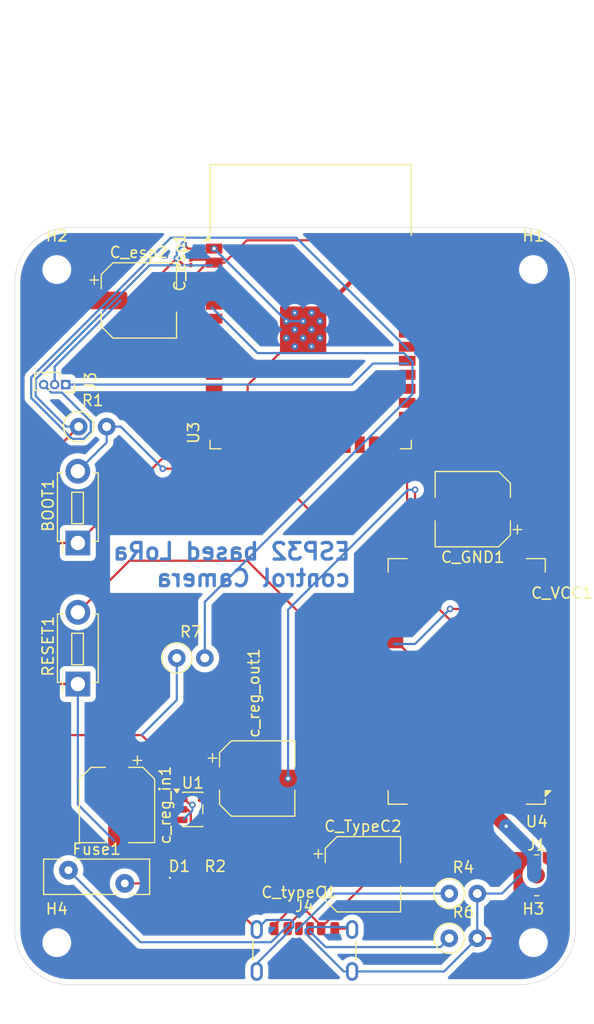
<source format=kicad_pcb>
(kicad_pcb (version 20241229) (generator "pcbnew") (generator_version "9.0")
  (layers (0 "F.Cu" signal) (2 "B.Cu" signal) (13 "F.Paste" user) (15 "B.Paste" user) (5 "F.SilkS" user "F.Silkscreen") (7 "B.SilkS" user "B.Silkscreen") (1 "F.Mask" user) (3 "B.Mask" user) (25 "Edge.Cuts" user))
  (net 0 "")
  (net 1 "/boot")
  (net 2 "GND")
  (net 3 "Net-(C_GND1-Pad1)")
  (net 4 "/VUSB")
  (net 5 "/VDD33")
  (net 6 "Net-(C_TypeC2-Pad2)")
  (net 7 "Net-(U4-VCC)")
  (net 8 "Net-(D1-K)")
  (net 9 "Net-(J1-In)")
  (net 10 "Net-(J4-CC2)")
  (net 11 "Net-(J4-CC1)")
  (net 12 "/reset")
  (net 29 "Net-(U3-RXD0{slash}IO3)")
  (net 34 "Net-(U3-TXD0{slash}IO1)")
  (net 61 "Net-(J3-Pin_3)")
  (net 62 "Net-(J3-Pin_1)")
  (footprint "MountingHole:MountingHole_2.1mm" (layer "F.Cu") (at 101.966 79.735)
    (property "Reference" "H2" (at 0 -3.05 0) (layer "F.SilkS"))
    (property "Value" "MountingHole")
    (pad "" np_thru_hole circle (at 0 0) (size 2.1 2.1) (drill 2.1) (layers "*.Cu" "*.Mask"))
  )
  (footprint "Resistor_THT:R_Axial_DIN0207_L6.3mm_D2.5mm_P2.54mm_Vertical" (layer "F.Cu") (at 112.836 114.915)
    (property "Reference" "R7" (at 1.27 -2.37 0) (layer "F.SilkS"))
    (property "Value" "5k")
    (pad "1" thru_hole circle (at 0 0) (size 1.6 1.6) (drill 0.8) (layers "*.Cu" "*.Mask") (net 5 "/VDD33"))
    (pad "2" thru_hole circle (at 2.54 0) (size 1.6 1.6) (drill 0.8) (layers "*.Cu" "*.Mask") (net 12 "/reset"))
  )
  (footprint "Capacitor_SMD:CP_Elec_6.3x5.3" (layer "F.Cu") (at 109.401 82.53)
    (property "Reference" "C_esp2" (at 0 -4.35 0) (layer "F.SilkS"))
    (property "Value" "10 µ")
    (pad "1" smd roundrect (at -2.8 0) (size 3.5 1.6) (layers "F.Cu" "F.Mask" "F.Paste") (roundrect_rratio 0.15625) (net 2 "GND"))
    (pad "2" smd roundrect (at 2.8 0) (size 3.5 1.6) (layers "F.Cu" "F.Mask" "F.Paste") (roundrect_rratio 0.15625) (net 5 "/VDD33"))
  )
  (footprint "Button_Switch_THT:SW_PUSH_1P1T_6x3.5mm_H5.0_APEM_MJTP1250" (layer "F.Cu") (at 103.871 117.275 90)
    (property "Reference" "RESET1" (at 3.42 -2.7 90) (layer "F.SilkS"))
    (property "Value" "SW1")
    (pad "1" thru_hole rect (at 0 0 180) (size 2.25 2.25) (drill 1.3) (layers "*.Cu" "*.Mask") (net 2 "GND"))
    (pad "2" thru_hole circle (at 6.5 0 180) (size 2.25 2.25) (drill 1.3) (layers "*.Cu" "*.Mask") (net 12 "/reset"))
  )
  (footprint "Capacitor_SMD:CP_Elec_6.3x5.3" (layer "F.Cu") (at 120.121 125.83)
    (property "Reference" "c_reg_out1" (at -0.3 -7.74 270) (layer "F.SilkS"))
    (property "Value" "22µ")
    (pad "1" smd roundrect (at -2.8 0) (size 3.5 1.6) (layers "F.Cu" "F.Mask" "F.Paste") (roundrect_rratio 0.15625) (net 5 "/VDD33"))
    (pad "2" smd roundrect (at 2.8 0) (size 3.5 1.6) (layers "F.Cu" "F.Mask" "F.Paste") (roundrect_rratio 0.15625) (net 2 "GND"))
  )
  (footprint "Resistor_THT:R_Axial_DIN0207_L6.3mm_D2.5mm_P2.54mm_Vertical" (layer "F.Cu") (at 103.946 93.96)
    (property "Reference" "R1" (at 1.27 -2.37 0) (layer "F.SilkS"))
    (property "Value" "5k")
    (pad "1" thru_hole circle (at 0 0) (size 1.6 1.6) (drill 0.8) (layers "*.Cu" "*.Mask") (net 5 "/VDD33"))
    (pad "2" thru_hole circle (at 2.54 0) (size 1.6 1.6) (drill 0.8) (layers "*.Cu" "*.Mask") (net 1 "/boot"))
  )
  (footprint "LED_SMD:LED_0201_0603Metric" (layer "F.Cu") (at 113.066 134.83)
    (property "Reference" "D1" (at 0 -1.05 0) (layer "F.SilkS"))
    (property "Value" "LED")
    (pad "1" smd roundrect (at -0.32 0) (size 0.46 0.4) (layers "F.Cu" "F.Mask") (net 8 "Net-(D1-K)"))
    (pad "2" smd roundrect (at 0.32 0) (size 0.46 0.4) (layers "F.Cu" "F.Mask") (net 4 "/VUSB"))
  )
  (footprint "MountingHole:MountingHole_2.1mm" (layer "F.Cu") (at 101.966 140.695)
    (property "Reference" "H4" (at 0 -3.05 0) (layer "F.SilkS"))
    (property "Value" "MountingHole")
    (pad "" np_thru_hole circle (at 0 0) (size 2.1 2.1) (drill 2.1) (layers "*.Cu" "*.Mask"))
  )
  (footprint "Resistor_THT:R_Axial_DIN0207_L6.3mm_D2.5mm_P2.54mm_Vertical" (layer "F.Cu") (at 137.526 140.3)
    (property "Reference" "R6" (at 1.27 -2.37 0) (layer "F.SilkS"))
    (property "Value" "5k")
    (pad "1" thru_hole circle (at 0 0) (size 1.6 1.6) (drill 0.8) (layers "*.Cu" "*.Mask") (net 10 "Net-(J4-CC2)"))
    (pad "2" thru_hole circle (at 2.54 0) (size 1.6 1.6) (drill 0.8) (layers "*.Cu" "*.Mask") (net 2 "GND"))
  )
  (footprint "Button_Switch_THT:SW_PUSH_1P1T_6x3.5mm_H5.0_APEM_MJTP1250" (layer "F.Cu") (at 103.871 104.5 90)
    (property "Reference" "BOOT1" (at 3.42 -2.7 90) (layer "F.SilkS"))
    (property "Value" "SW2")
    (pad "1" thru_hole rect (at 0 0 180) (size 2.25 2.25) (drill 1.3) (layers "*.Cu" "*.Mask") (net 2 "GND"))
    (pad "2" thru_hole circle (at 6.5 0 180) (size 2.25 2.25) (drill 1.3) (layers "*.Cu" "*.Mask") (net 1 "/boot"))
  )
  (footprint "Capacitor_SMD:CP_Elec_6.3x5.3" (layer "F.Cu") (at 139.656 101.435 180)
    (property "Reference" "C_GND1" (at 0 -4.35 0) (layer "F.SilkS"))
    (property "Value" "10 µ")
    (pad "1" smd roundrect (at -2.8 0 180) (size 3.5 1.6) (layers "F.Cu" "F.Mask" "F.Paste") (roundrect_rratio 0.15625) (net 3 "Net-(C_GND1-Pad1)"))
    (pad "2" smd roundrect (at 2.8 0 180) (size 3.5 1.6) (layers "F.Cu" "F.Mask" "F.Paste") (roundrect_rratio 0.15625) (net 2 "GND"))
  )
  (footprint "Connector_Coaxial:WR-MMCX_Wuerth_66012102111404_Vertical" (layer "F.Cu") (at 145.456 134.6)
    (property "Reference" "J1" (at 0 -2.75 0) (layer "F.SilkS"))
    (property "Value" "SMA")
    (pad "1" smd circle (at 0 0) (size 1.47 1.47) (layers "F.Cu" "F.Mask" "F.Paste") (net 9 "Net-(J1-In)"))
    (pad "2" smd custom (at -1.71 0) (size 0.5 0.5) (layers "F.Cu" "F.Mask") (net 2 "GND") (options (clearance outline) (anchor circle)) (primitives (gr_poly (pts (xy -0.395 -2.11) (xy -0.395 2.11) (xy 1.175 2.11) (xy 1.175 1.1793) (xy 1.072058 1.129954) (xy 0.883921 1.000689) (xy 0.721347 0.840456) (xy 0.589367 0.654213) (xy 0.492065 0.447725) (xy 0.432453 0.227381) (xy 0.412375 0) (xy 0.432453 -0.227381) (xy 0.492065 -0.447725) (xy 0.589367 -0.654213) (xy 0.721347 -0.840456) (xy 0.883921 -1.000689) (xy 1.072058 -1.129954) (xy 1.175 -1.1793) (xy 1.175 -2.11)) (width 0.001) (fill yes))))
    (pad "2" smd custom (at 1.67 0) (size 0.5 0.5) (layers "F.Cu" "F.Mask") (net 2 "GND") (options (clearance outline) (anchor circle)) (primitives (gr_poly (pts (xy -0.452065 -0.447725) (xy -0.392453 -0.227381) (xy -0.372375 0) (xy -0.392453 0.227381) (xy -0.452065 0.447725) (xy -0.549367 0.654213) (xy -0.681347 0.840456) (xy -0.843921 1.000689) (xy -1.032058 1.129954) (xy -1.135 1.1793) (xy -1.135 2.11) (xy 0.435 2.11) (xy 0.435 -2.11) (xy -1.135 -2.11) (xy -1.135 -1.1793) (xy -1.032058 -1.129954) (xy -0.843921 -1.000689) (xy -0.681347 -0.840456) (xy -0.549367 -0.654213)) (width 0.001) (fill yes))))
  )
  (footprint "MountingHole:MountingHole_2.1mm" (layer "F.Cu") (at 145.146 140.695)
    (property "Reference" "H3" (at 0 -3.05 0) (layer "F.SilkS"))
    (property "Value" "MountingHole")
    (pad "" np_thru_hole circle (at 0 0) (size 2.1 2.1) (drill 2.1) (layers "*.Cu" "*.Mask"))
  )
  (footprint "Capacitor_SMD:C_01005_0402Metric" (layer "F.Cu") (at 114.106 79.08 90)
    (property "Reference" "C_esp1" (at 0 -1 90) (layer "F.SilkS"))
    (property "Value" "100 nF")
    (pad "1" smd roundrect (at -0.25 0 90) (size 0.4 0.3) (layers "F.Cu" "F.Mask") (net 2 "GND"))
    (pad "2" smd roundrect (at 0.25 0 90) (size 0.4 0.3) (layers "F.Cu" "F.Mask") (net 5 "/VDD33"))
  )
  (footprint "RF_Module:RAK811" (layer "F.Cu") (at 139.106 117.035 180)
    (property "Reference" "U4" (at -6.35 -12.7 0) (layer "F.SilkS"))
    (property "Value" "RAK811-HF-AU915")
    (pad "1" smd rect (at -6.75 -9 180) (size 2 1.2) (layers "F.Cu" "F.Mask" "F.Paste") (net 3 "Net-(C_GND1-Pad1)"))
    (pad "2" smd rect (at -6.75 -7.2 180) (size 2 1.2) (layers "F.Cu" "F.Mask" "F.Paste"))
    (pad "3" smd rect (at -6.75 -5.4 180) (size 2 1.2) (layers "F.Cu" "F.Mask" "F.Paste"))
    (pad "4" smd rect (at -6.75 -3.6 180) (size 2 1.2) (layers "F.Cu" "F.Mask" "F.Paste"))
    (pad "5" smd rect (at -6.75 -1.8 180) (size 2 1.2) (layers "F.Cu" "F.Mask" "F.Paste"))
    (pad "6" smd rect (at -6.75 0 180) (size 2 1.2) (layers "F.Cu" "F.Mask" "F.Paste") (net 29 "Net-(U3-RXD0{slash}IO3)"))
    (pad "7" smd rect (at -6.75 1.8 180) (size 2 1.2) (layers "F.Cu" "F.Mask" "F.Paste") (net 34 "Net-(U3-TXD0{slash}IO1)"))
    (pad "8" smd rect (at -6.75 3.6 180) (size 2 1.2) (layers "F.Cu" "F.Mask" "F.Paste"))
    (pad "9" smd rect (at -6.75 5.4 180) (size 2 1.2) (layers "F.Cu" "F.Mask" "F.Paste"))
    (pad "10" smd rect (at -6.75 7.2 180) (size 2 1.2) (layers "F.Cu" "F.Mask" "F.Paste"))
    (pad "11" smd rect (at -6.75 9 180) (size 2 1.2) (layers "F.Cu" "F.Mask" "F.Paste") (net 7 "Net-(U4-VCC)"))
    (pad "12" smd rect (at -4.5 10.75 180) (size 1.2 2) (layers "F.Cu" "F.Mask" "F.Paste") (net 3 "Net-(C_GND1-Pad1)"))
    (pad "13" smd rect (at -2.7 10.75 180) (size 1.2 2) (layers "F.Cu" "F.Mask" "F.Paste"))
    (pad "14" smd rect (at -0.9 10.75 180) (size 1.2 2) (layers "F.Cu" "F.Mask" "F.Paste"))
    (pad "15" smd rect (at 0.9 10.75 180) (size 1.2 2) (layers "F.Cu" "F.Mask" "F.Paste"))
    (pad "16" smd rect (at 2.7 10.75 180) (size 1.2 2) (layers "F.Cu" "F.Mask" "F.Paste"))
    (pad "17" smd rect (at 4.5 10.75 180) (size 1.2 2) (layers "F.Cu" "F.Mask" "F.Paste") (net 2 "GND"))
    (pad "18" smd rect (at 6.75 9 180) (size 2 1.2) (layers "F.Cu" "F.Mask" "F.Paste"))
    (pad "19" smd rect (at 6.75 7.2 180) (size 2 1.2) (layers "F.Cu" "F.Mask" "F.Paste"))
    (pad "20" smd rect (at 6.75 5.4 180) (size 2 1.2) (layers "F.Cu" "F.Mask" "F.Paste"))
    (pad "21" smd rect (at 6.75 3.6 180) (size 2 1.2) (layers "F.Cu" "F.Mask" "F.Paste") (net 3 "Net-(C_GND1-Pad1)"))
    (pad "22" smd rect (at 6.75 1.8 180) (size 2 1.2) (layers "F.Cu" "F.Mask" "F.Paste"))
    (pad "23" smd rect (at 6.75 0 180) (size 2 1.2) (layers "F.Cu" "F.Mask" "F.Paste"))
    (pad "24" smd rect (at 6.75 -1.8 180) (size 2 1.2) (layers "F.Cu" "F.Mask" "F.Paste") (net 12 "/reset"))
    (pad "25" smd rect (at 6.75 -3.6 180) (size 2 1.2) (layers "F.Cu" "F.Mask" "F.Paste"))
    (pad "26" smd rect (at 6.75 -5.4 180) (size 2 1.2) (layers "F.Cu" "F.Mask" "F.Paste"))
    (pad "27" smd rect (at 6.75 -7.2 180) (size 2 1.2) (layers "F.Cu" "F.Mask" "F.Paste"))
    (pad "28" smd rect (at 6.75 -9 180) (size 2 1.2) (layers "F.Cu" "F.Mask" "F.Paste") (net 3 "Net-(C_GND1-Pad1)"))
    (pad "29" smd rect (at 4.5 -10.75 180) (size 1.2 2) (layers "F.Cu" "F.Mask" "F.Paste") (net 3 "Net-(C_GND1-Pad1)"))
    (pad "30" smd rect (at 2.7 -10.75 180) (size 1.2 2) (layers "F.Cu" "F.Mask" "F.Paste") (net 3 "Net-(C_GND1-Pad1)"))
    (pad "31" smd rect (at 0.9 -10.75 180) (size 1.2 2) (layers "F.Cu" "F.Mask" "F.Paste") (net 3 "Net-(C_GND1-Pad1)"))
    (pad "32" smd rect (at -0.9 -10.75 180) (size 1.2 2) (layers "F.Cu" "F.Mask" "F.Paste") (net 3 "Net-(C_GND1-Pad1)"))
    (pad "33" smd rect (at -2.7 -10.75 180) (size 1.2 2) (layers "F.Cu" "F.Mask" "F.Paste") (net 9 "Net-(J1-In)"))
    (pad "34" smd rect (at -4.5 -10.75 180) (size 1.2 2) (layers "F.Cu" "F.Mask" "F.Paste") (net 3 "Net-(C_GND1-Pad1)"))
  )
  (footprint "MountingHole:MountingHole_2.1mm" (layer "F.Cu") (at 145.146 79.735)
    (property "Reference" "H1" (at 0 -3.05 0) (layer "F.SilkS"))
    (property "Value" "MountingHole")
    (pad "" np_thru_hole circle (at 0 0) (size 2.1 2.1) (drill 2.1) (layers "*.Cu" "*.Mask"))
  )
  (footprint "Capacitor_SMD:C_01005_0402Metric" (layer "F.Cu") (at 147.731 108.035 180)
    (property "Reference" "C_VCC1" (at 0 -1 0) (layer "F.SilkS"))
    (property "Value" "100 nF")
    (pad "1" smd roundrect (at -0.25 0 180) (size 0.4 0.3) (layers "F.Cu" "F.Mask") (net 5 "/VDD33"))
    (pad "2" smd roundrect (at 0.25 0 180) (size 0.4 0.3) (layers "F.Cu" "F.Mask") (net 7 "Net-(U4-VCC)"))
  )
  (footprint "Package_TO_SOT_SMD:SOT-23-5" (layer "F.Cu") (at 114.2835 128.63)
    (property "Reference" "U1" (at 0 -2.4 0) (layer "F.SilkS"))
    (property "Value" "AP2112K-3.3")
    (pad "1" smd roundrect (at -1.1375 -0.95) (size 1.325 0.6) (layers "F.Cu" "F.Mask" "F.Paste") (net 4 "/VUSB"))
    (pad "2" smd roundrect (at -1.1375 0) (size 1.325 0.6) (layers "F.Cu" "F.Mask" "F.Paste") (net 2 "GND"))
    (pad "3" smd roundrect (at -1.1375 0.95) (size 1.325 0.6) (layers "F.Cu" "F.Mask" "F.Paste") (net 4 "/VUSB"))
    (pad "4" smd roundrect (at 1.1375 0.95) (size 1.325 0.6) (layers "F.Cu" "F.Mask" "F.Paste"))
    (pad "5" smd roundrect (at 1.1375 -0.95) (size 1.325 0.6) (layers "F.Cu" "F.Mask" "F.Paste") (net 5 "/VDD33"))
  )
  (footprint "Capacitor_SMD:CP_Elec_6.3x5.3" (layer "F.Cu") (at 107.421 128.23 -90)
    (property "Reference" "c_reg_in1" (at 0 -4.35 90) (layer "F.SilkS"))
    (property "Value" "22µ")
    (pad "1" smd roundrect (at -2.8 0 270) (size 3.5 1.6) (layers "F.Cu" "F.Mask" "F.Paste") (roundrect_rratio 0.15625) (net 4 "/VUSB"))
    (pad "2" smd roundrect (at 2.8 0 270) (size 3.5 1.6) (layers "F.Cu" "F.Mask" "F.Paste") (roundrect_rratio 0.15625) (net 2 "GND"))
  )
  (footprint "Connector_PinSocket_1.00mm:PinSocket_1x03_P1.00mm_Vertical" (layer "F.Cu") (at 102.771 90.15 -90)
    (property "Reference" "J3" (at -0.29 -2.25 90) (layer "F.SilkS"))
    (property "Value" "Conn_01x03")
    (pad "1" thru_hole rect (at 0 0 270) (size 0.85 0.85) (drill 0.5) (layers "*.Cu" "*.Mask") (net 62 "Net-(J3-Pin_1)"))
    (pad "2" thru_hole circle (at 0 1 270) (size 0.85 0.85) (drill 0.5) (layers "*.Cu" "*.Mask") (net 2 "GND"))
    (pad "3" thru_hole circle (at 0 2 270) (size 0.85 0.85) (drill 0.5) (layers "*.Cu" "*.Mask") (net 61 "Net-(J3-Pin_3)"))
  )
  (footprint "Connector_USB:USB_C_Receptacle_GCT_USB4125-xx-x-0190_6P_TopMnt_Horizontal" (layer "F.Cu") (at 124.401 142.505)
    (property "Reference" "J4" (at 0 -5.1 0) (layer "F.SilkS"))
    (property "Value" "USB_C_Receptacle_PowerOnly_6P")
    (pad "A5" smd roundrect (at -0.5 -3.08) (size 0.7 1.2) (layers "F.Cu" "F.Mask" "F.Paste") (net 11 "Net-(J4-CC1)"))
    (pad "A9" smd roundrect (at 1.52 -3.08 180) (size 0.76 1.2) (layers "F.Cu" "F.Mask" "F.Paste") (net 6 "Net-(C_TypeC2-Pad2)"))
    (pad "A12" smd roundrect (at 2.75 -3.08 180) (size 0.8 1.2) (layers "F.Cu" "F.Mask" "F.Paste") (net 2 "GND"))
    (pad "B5" smd roundrect (at 0.5 -3.08 180) (size 0.7 1.2) (layers "F.Cu" "F.Mask" "F.Paste") (net 10 "Net-(J4-CC2)"))
    (pad "B9" smd roundrect (at -1.52 -3.08) (size 0.76 1.2) (layers "F.Cu" "F.Mask" "F.Paste") (net 6 "Net-(C_TypeC2-Pad2)"))
    (pad "B12" smd roundrect (at -2.75 -3.08) (size 0.8 1.2) (layers "F.Cu" "F.Mask" "F.Paste") (net 2 "GND"))
    (pad "S1" thru_hole oval (at -4.32 -3) (size 1.1 1.7) (drill oval 0.6 1.2) (property pad_prop_heatsink) (layers "*.Cu" "*.Mask" "F.Paste") (net 2 "GND"))
    (pad "S1" thru_hole oval (at -4.32 0.8) (size 1.1 1.7) (drill oval 0.6 1.2) (property pad_prop_heatsink) (layers "*.Cu" "*.Mask" "F.Paste") (net 2 "GND"))
    (pad "S1" thru_hole oval (at 4.32 -3) (size 1.1 1.7) (drill oval 0.6 1.2) (property pad_prop_heatsink) (layers "*.Cu" "*.Mask" "F.Paste") (net 2 "GND"))
    (pad "S1" thru_hole oval (at 4.32 0.8) (size 1.1 1.7) (drill oval 0.6 1.2) (property pad_prop_heatsink) (layers "*.Cu" "*.Mask" "F.Paste") (net 2 "GND"))
  )
  (footprint "Fuse:Fuse_Bourns_MF-RHT200" (layer "F.Cu") (at 103.021 134.13)
    (property "Reference" "Fuse1" (at 2.55 -1.9 0) (layer "F.SilkS"))
    (property "Value" "2A")
    (pad "1" thru_hole circle (at 0 0) (size 1.71 1.71) (drill 0.71) (layers "*.Cu" "*.Mask") (net 6 "Net-(C_TypeC2-Pad2)"))
    (pad "2" thru_hole circle (at 5.1 1.2) (size 1.71 1.71) (drill 0.71) (layers "*.Cu" "*.Mask") (net 4 "/VUSB"))
  )
  (footprint "Capacitor_SMD:CP_Elec_6.3x5.3" (layer "F.Cu") (at 129.701 134.505)
    (property "Reference" "C_TypeC2" (at 0 -4.35 0) (layer "F.SilkS"))
    (property "Value" "10 µ")
    (pad "1" smd roundrect (at -2.8 0) (size 3.5 1.6) (layers "F.Cu" "F.Mask" "F.Paste") (roundrect_rratio 0.15625) (net 2 "GND"))
    (pad "2" smd roundrect (at 2.8 0) (size 3.5 1.6) (layers "F.Cu" "F.Mask" "F.Paste") (roundrect_rratio 0.15625) (net 6 "Net-(C_TypeC2-Pad2)"))
  )
  (footprint "RF_Module:ESP32-WROOM-32" (layer "F.Cu") (at 124.966 86.085)
    (property "Reference" "U3" (at -10.61 8.43 90) (layer "F.SilkS"))
    (property "Value" "ESP32-WROOM-32")
    (pad "1" smd rect (at -8.75 -8.25) (size 1.5 0.9) (layers "F.Cu" "F.Mask" "F.Paste") (net 2 "GND"))
    (pad "2" smd rect (at -8.75 -6.98) (size 1.5 0.9) (layers "F.Cu" "F.Mask" "F.Paste") (net 5 "/VDD33"))
    (pad "3" smd rect (at -8.75 -5.71) (size 1.5 0.9) (layers "F.Cu" "F.Mask" "F.Paste") (net 12 "/reset"))
    (pad "4" smd rect (at -8.75 -4.44) (size 1.5 0.9) (layers "F.Cu" "F.Mask" "F.Paste") (net 12 "/reset"))
    (pad "5" smd rect (at -8.75 -3.17) (size 1.5 0.9) (layers "F.Cu" "F.Mask" "F.Paste") (net 12 "/reset"))
    (pad "6" smd rect (at -8.75 -1.9) (size 1.5 0.9) (layers "F.Cu" "F.Mask" "F.Paste"))
    (pad "7" smd rect (at -8.75 -0.63) (size 1.5 0.9) (layers "F.Cu" "F.Mask" "F.Paste"))
    (pad "8" smd rect (at -8.75 0.64) (size 1.5 0.9) (layers "F.Cu" "F.Mask" "F.Paste"))
    (pad "9" smd rect (at -8.75 1.91) (size 1.5 0.9) (layers "F.Cu" "F.Mask" "F.Paste"))
    (pad "10" smd rect (at -8.75 3.18) (size 1.5 0.9) (layers "F.Cu" "F.Mask" "F.Paste"))
    (pad "11" smd rect (at -8.75 4.45) (size 1.5 0.9) (layers "F.Cu" "F.Mask" "F.Paste"))
    (pad "12" smd rect (at -8.75 5.72) (size 1.5 0.9) (layers "F.Cu" "F.Mask" "F.Paste"))
    (pad "13" smd rect (at -8.75 6.99) (size 1.5 0.9) (layers "F.Cu" "F.Mask" "F.Paste"))
    (pad "14" smd rect (at -8.75 8.26) (size 1.5 0.9) (layers "F.Cu" "F.Mask" "F.Paste"))
    (pad "15" smd rect (at -5.71 9.51 90) (size 1.5 0.9) (layers "F.Cu" "F.Mask" "F.Paste") (net 2 "GND"))
    (pad "16" smd rect (at -4.44 9.51 90) (size 1.5 0.9) (layers "F.Cu" "F.Mask" "F.Paste"))
    (pad "17" smd rect (at -3.17 9.51 90) (size 1.5 0.9) (layers "F.Cu" "F.Mask" "F.Paste"))
    (pad "18" smd rect (at -1.9 9.51 90) (size 1.5 0.9) (layers "F.Cu" "F.Mask" "F.Paste"))
    (pad "19" smd rect (at -0.63 9.51 90) (size 1.5 0.9) (layers "F.Cu" "F.Mask" "F.Paste"))
    (pad "20" smd rect (at 0.64 9.51 90) (size 1.5 0.9) (layers "F.Cu" "F.Mask" "F.Paste"))
    (pad "21" smd rect (at 1.91 9.51 90) (size 1.5 0.9) (layers "F.Cu" "F.Mask" "F.Paste"))
    (pad "22" smd rect (at 3.18 9.51 90) (size 1.5 0.9) (layers "F.Cu" "F.Mask" "F.Paste"))
    (pad "23" smd rect (at 4.45 9.51 90) (size 1.5 0.9) (layers "F.Cu" "F.Mask" "F.Paste"))
    (pad "24" smd rect (at 5.72 9.51 90) (size 1.5 0.9) (layers "F.Cu" "F.Mask" "F.Paste"))
    (pad "25" smd rect (at 8.75 8.26) (size 1.5 0.9) (layers "F.Cu" "F.Mask" "F.Paste") (net 1 "/boot"))
    (pad "26" smd rect (at 8.75 6.99) (size 1.5 0.9) (layers "F.Cu" "F.Mask" "F.Paste"))
    (pad "27" smd rect (at 8.75 5.72) (size 1.5 0.9) (layers "F.Cu" "F.Mask" "F.Paste"))
    (pad "28" smd rect (at 8.75 4.45) (size 1.5 0.9) (layers "F.Cu" "F.Mask" "F.Paste"))
    (pad "29" smd rect (at 8.75 3.18) (size 1.5 0.9) (layers "F.Cu" "F.Mask" "F.Paste"))
    (pad "30" smd rect (at 8.75 1.91) (size 1.5 0.9) (layers "F.Cu" "F.Mask" "F.Paste") (net 62 "Net-(J3-Pin_1)"))
    (pad "31" smd rect (at 8.75 0.64) (size 1.5 0.9) (layers "F.Cu" "F.Mask" "F.Paste") (net 61 "Net-(J3-Pin_3)"))
    (pad "32" smd rect (at 8.75 -0.63) (size 1.5 0.9) (layers "F.Cu" "F.Mask" "F.Paste"))
    (pad "33" smd rect (at 8.75 -1.9) (size 1.5 0.9) (layers "F.Cu" "F.Mask" "F.Paste"))
    (pad "34" smd rect (at 8.75 -3.17) (size 1.5 0.9) (layers "F.Cu" "F.Mask" "F.Paste") (net 29 "Net-(U3-RXD0{slash}IO3)"))
    (pad "35" smd rect (at 8.75 -4.44) (size 1.5 0.9) (layers "F.Cu" "F.Mask" "F.Paste") (net 34 "Net-(U3-TXD0{slash}IO1)"))
    (pad "36" smd rect (at 8.75 -5.71) (size 1.5 0.9) (layers "F.Cu" "F.Mask" "F.Paste"))
    (pad "37" smd rect (at 8.75 -6.98) (size 1.5 0.9) (layers "F.Cu" "F.Mask" "F.Paste"))
    (pad "38" smd rect (at 8.75 -8.25) (size 1.5 0.9) (layers "F.Cu" "F.Mask" "F.Paste") (net 2 "GND"))
    (pad "39" smd rect (at -2.205 -2.435) (size 1.05 1.05) (layers "F.Cu" "F.Paste") (net 2 "GND"))
    (pad "39" thru_hole circle (at -2.205 -1.6725) (size 0.6 0.6) (drill 0.2) (property pad_prop_heatsink) (layers "*.Cu" "F.Mask") (net 2 "GND"))
    (pad "39" smd rect (at -2.205 -0.91) (size 1.05 1.05) (layers "F.Cu" "F.Paste") (net 2 "GND"))
    (pad "39" thru_hole circle (at -2.205 -0.1475) (size 0.6 0.6) (drill 0.2) (property pad_prop_heatsink) (layers "*.Cu" "F.Mask") (net 2 "GND"))
    (pad "39" smd rect (at -2.205 0.615) (size 1.05 1.05) (layers "F.Cu" "F.Paste") (net 2 "GND"))
    (pad "39" thru_hole circle (at -1.4425 -2.435) (size 0.6 0.6) (drill 0.2) (property pad_prop_heatsink) (layers "*.Cu" "F.Mask") (net 2 "GND"))
    (pad "39" thru_hole circle (at -1.4425 -0.91) (size 0.6 0.6) (drill 0.2) (property pad_prop_heatsink) (layers "*.Cu" "F.Mask") (net 2 "GND"))
    (pad "39" thru_hole circle (at -1.4425 0.615) (size 0.6 0.6) (drill 0.2) (property pad_prop_heatsink) (layers "*.Cu" "F.Mask") (net 2 "GND"))
    (pad "39" smd rect (at -0.68 -2.435) (size 1.05 1.05) (layers "F.Cu" "F.Paste") (net 2 "GND"))
    (pad "39" thru_hole circle (at -0.68 -1.6725) (size 0.6 0.6) (drill 0.2) (property pad_prop_heatsink) (layers "*.Cu" "F.Mask") (net 2 "GND"))
    (pad "39" smd rect (at -0.68 -0.91) (size 1.05 1.05) (layers "F.Cu" "F.Paste") (net 2 "GND"))
    (pad "39" smd rect (at -0.68 -0.91) (size 4.2 4.2) (property pad_prop_heatsink) (layers "F.Cu" "F.Mask") (net 2 "GND"))
    (pad "39" thru_hole circle (at -0.68 -0.1475) (size 0.6 0.6) (drill 0.2) (property pad_prop_heatsink) (layers "*.Cu" "F.Mask") (net 2 "GND"))
    (pad "39" smd rect (at -0.68 0.615) (size 1.05 1.05) (layers "F.Cu" "F.Paste") (net 2 "GND"))
    (pad "39" thru_hole circle (at 0.0825 -2.435) (size 0.6 0.6) (drill 0.2) (property pad_prop_heatsink) (layers "*.Cu" "F.Mask") (net 2 "GND"))
    (pad "39" thru_hole circle (at 0.0825 -0.91) (size 0.6 0.6) (drill 0.2) (property pad_prop_heatsink) (layers "*.Cu" "F.Mask") (net 2 "GND"))
    (pad "39" thru_hole circle (at 0.0825 0.615) (size 0.6 0.6) (drill 0.2) (property pad_prop_heatsink) (layers "*.Cu" "F.Mask") (net 2 "GND"))
    (pad "39" smd rect (at 0.845 -2.435) (size 1.05 1.05) (layers "F.Cu" "F.Paste") (net 2 "GND"))
    (pad "39" thru_hole circle (at 0.845 -1.6725) (size 0.6 0.6) (drill 0.2) (property pad_prop_heatsink) (layers "*.Cu" "F.Mask") (net 2 "GND"))
    (pad "39" smd rect (at 0.845 -0.91) (size 1.05 1.05) (layers "F.Cu" "F.Paste") (net 2 "GND"))
    (pad "39" thru_hole circle (at 0.845 -0.1475) (size 0.6 0.6) (drill 0.2) (property pad_prop_heatsink) (layers "*.Cu" "F.Mask") (net 2 "GND"))
    (pad "39" smd rect (at 0.845 0.615) (size 1.05 1.05) (layers "F.Cu" "F.Paste") (net 2 "GND"))
    (zone (net 0) (net_name "") (layers "F.Cu" "B.Cu") (connect_pads (clearance 0)) (min_thickness 0.254)
      (keepout (tracks not_allowed) (vias not_allowed) (pads not_allowed) (copperpour not_allowed) (footprints not_allowed))
      (fill (thermal_gap 0.508) (thermal_bridge_width 0.508))
      (polygon (pts (xy 100.966 76.285) (xy 148.966 76.285) (xy 148.966 55.345) (xy 100.966 55.345)))
    )
  )
  (footprint "Capacitor_SMD:C_01005_0402Metric" (layer "F.Cu") (at 123.906 137.14)
    (property "Reference" "C_typeC1" (at 0 -1 0) (layer "F.SilkS"))
    (property "Value" "100 nF")
    (pad "1" smd roundrect (at -0.25 0) (size 0.4 0.3) (layers "F.Cu" "F.Mask") (net 2 "GND"))
    (pad "2" smd roundrect (at 0.25 0) (size 0.4 0.3) (layers "F.Cu" "F.Mask") (net 6 "Net-(C_TypeC2-Pad2)"))
  )
  (footprint "Resistor_THT:R_Axial_DIN0207_L6.3mm_D2.5mm_P2.54mm_Vertical" (layer "F.Cu") (at 137.526 136.25)
    (property "Reference" "R4" (at 1.27 -2.37 0) (layer "F.SilkS"))
    (property "Value" "5k")
    (pad "1" thru_hole circle (at 0 0) (size 1.6 1.6) (drill 0.8) (layers "*.Cu" "*.Mask") (net 11 "Net-(J4-CC1)"))
    (pad "2" thru_hole circle (at 2.54 0) (size 1.6 1.6) (drill 0.8) (layers "*.Cu" "*.Mask") (net 2 "GND"))
  )
  (footprint "Resistor_SMD:R_0201_0603Metric" (layer "F.Cu") (at 116.321 134.83)
    (property "Reference" "R2" (at 0 -1.05 0) (layer "F.SilkS"))
    (property "Value" "150")
    (pad "1" smd roundrect (at -0.32 0) (size 0.46 0.4) (layers "F.Cu" "F.Mask") (net 8 "Net-(D1-K)"))
    (pad "2" smd roundrect (at 0.32 0) (size 0.46 0.4) (layers "F.Cu" "F.Mask") (net 2 "GND"))
  )
  (gr_line (start 103.156 75.925) (end 143.956 75.925) (stroke (width 0.05)) (layer "Edge.Cuts"))
  (gr_line (start 143.956 144.505) (end 103.156 144.505) (stroke (width 0.05)) (layer "Edge.Cuts"))
  (gr_line (start 148.956 80.925) (end 148.956 139.505) (stroke (width 0.05)) (layer "Edge.Cuts"))
  (gr_line (start 98.156 139.505) (end 98.156 80.925) (stroke (width 0.05)) (layer "Edge.Cuts"))
  (gr_arc (start 103.156 144.505) (mid 99.620466 143.040534) (end 98.156 139.505) (stroke (width 0.05)) (layer "Edge.Cuts"))
  (gr_arc (start 143.956 75.925) (mid 147.491534 77.389466) (end 148.956 80.925) (stroke (width 0.05)) (layer "Edge.Cuts"))
  (gr_arc (start 148.956 139.505) (mid 147.491534 143.040534) (end 143.956 144.505) (stroke (width 0.05)) (layer "Edge.Cuts"))
  (gr_arc (start 98.156 80.925) (mid 99.620466 77.389466) (end 103.156 75.925) (stroke (width 0.05)) (layer "Edge.Cuts"))
  (gr_text "ESP32 based LoRa\ncontrol Camera\n" (at 128.711 108.565 0) (layer "B.Cu") (effects (font (size 1.5 1.5) (thickness 0.3) (bold yes)) (justify left bottom mirror)))
  (segment (start 121.726 98.405) (end 113.471 98.405) (width 0.2) (layer "F.Cu") (net 1))
  (segment (start 113.471 98.405) (end 112.836 97.77) (width 0.2) (layer "F.Cu") (net 1))
  (segment (start 124.901 101.58) (end 121.726 98.405) (width 0.2) (layer "F.Cu") (net 1))
  (segment (start 112.836 97.77) (end 111.566 97.77) (width 0.2) (layer "F.Cu") (net 1))
  (segment (start 133.716 94.345) (end 126.481 101.58) (width 0.2) (layer "F.Cu") (net 1))
  (segment (start 126.481 101.58) (end 124.901 101.58) (width 0.2) (layer "F.Cu") (net 1))
  (via (at 111.566 97.77) (size 0.6) (drill 0.3) (layers "F.Cu" "B.Cu") (net 1))
  (segment (start 107.756 93.96) (end 106.486 93.96) (width 0.2) (layer "B.Cu") (net 1))
  (segment (start 106.486 95.385) (end 103.871 98) (width 0.2) (layer "B.Cu") (net 1))
  (segment (start 106.486 93.96) (end 106.486 95.385) (width 0.2) (layer "B.Cu") (net 1))
  (segment (start 111.566 97.77) (end 107.756 93.96) (width 0.2) (layer "B.Cu") (net 1))
  (segment (start 107.421 131.03) (end 109.821 128.63) (width 0.2) (layer "F.Cu") (net 2))
  (segment (start 137.491 100.69) (end 135.241 102.94) (width 0.2) (layer "F.Cu") (net 2))
  (segment (start 135.241 102.94) (end 135.241 105.54) (width 0.2) (layer "F.Cu") (net 2))
  (segment (start 99.501 116.185) (end 99.501 107.295) (width 0.2) (layer "F.Cu") (net 2))
  (segment (start 119.256 90.205) (end 124.286 85.175) (width 0.2) (layer "F.Cu") (net 2))
  (segment (start 109.026 82.53) (end 112.836 78.72) (width 0.2) (layer "F.Cu") (net 2))
  (segment (start 103.871 117.275) (end 100.591 117.275) (width 0.2) (layer "F.Cu") (net 2))
  (segment (start 133.716 77.835) (end 131.626 77.835) (width 0.4) (layer "F.Cu") (net 2))
  (segment (start 114.106 79.33) (end 113.446 79.33) (width 0.2) (layer "F.Cu") (net 2))
  (segment (start 113.471 77.45) (end 113.856 77.835) (width 0.2) (layer "F.Cu") (net 2))
  (segment (start 116.641 134.83) (end 116.641 136.065) (width 0.2) (layer "F.Cu") (net 2))
  (segment (start 126.901 134.505) (end 125.151 134.505) (width 0.2) (layer "F.Cu") (net 2))
  (segment (start 122.921 133.255) (end 124.171 134.505) (width 0.2) (layer "F.Cu") (net 2))
  (segment (start 109.821 128.63) (end 113.146 128.63) (width 0.2) (layer "F.Cu") (net 2))
  (segment (start 141.426 140.3) (end 140.066 140.3) (width 0.2) (layer "F.Cu") (net 2))
  (segment (start 122.921 125.83) (end 122.921 133.255) (width 0.2) (layer "F.Cu") (net 2))
  (segment (start 113.808499 128.63) (end 114.1095 128.931001) (width 0.2) (layer "F.Cu") (net 2))
  (segment (start 131.626 77.835) (end 124.286 85.175) (width 0.4) (layer "F.Cu") (net 2))
  (segment (start 112.776 95.595) (end 119.256 95.595) (width 0.2) (layer "F.Cu") (net 2))
  (segment (start 99.501 107.295) (end 102.296 104.5) (width 0.2) (layer "F.Cu") (net 2))
  (segment (start 113.146 128.63) (end 113.808499 128.63) (width 0.2) (layer "F.Cu") (net 2))
  (segment (start 113.856 77.835) (end 116.216 77.835) (width 0.2) (layer "F.Cu") (net 2))
  (segment (start 113.446 79.33) (end 112.836 78.72) (width 0.2) (layer "F.Cu") (net 2))
  (segment (start 123.656 137.14) (end 121.651 139.145) (width 0.2) (layer "F.Cu") (net 2))
  (segment (start 134.426 101.26) (end 134.426 99.675) (width 0.2) (layer "F.Cu") (net 2))
  (segment (start 123.656 136) (end 123.656 137.14) (width 0.2) (layer "F.Cu") (net 2))
  (segment (start 127.151 139.425) (end 128.641 139.425) (width 0.2) (layer "F.Cu") (net 2))
  (segment (start 102.296 104.5) (end 103.871 104.5) (width 0.2) (layer "F.Cu") (net 2))
  (segment (start 134.106 101.58) (end 134.426 101.26) (width 0.2) (layer "F.Cu") (net 2))
  (segment (start 106.601 82.53) (end 109.026 82.53) (width 0.2) (layer "F.Cu") (net 2))
  (segment (start 103.871 104.5) (end 112.776 95.595) (width 0.2) (layer "F.Cu") (net 2))
  (segment (start 114.1095 128.931001) (end 114.1095 132.098501) (width 0.2) (layer "F.Cu") (net 2))
  (segment (start 136.856 101.435) (end 134.251 101.435) (width 0.2) (layer "F.Cu") (net 2))
  (segment (start 147.126 134.6) (end 141.426 140.3) (width 0.2) (layer "F.Cu") (net 2))
  (segment (start 121.651 139.145) (end 121.651 139.425) (width 0.2) (layer "F.Cu") (net 2))
  (segment (start 114.1095 132.098501) (end 116.641 134.630001) (width 0.2) (layer "F.Cu") (net 2))
  (segment (start 116.641 134.630001) (end 116.641 134.83) (width 0.2) (layer "F.Cu") (net 2))
  (segment (start 128.641 139.425) (end 128.721 139.505) (width 0.2) (layer "F.Cu") (net 2))
  (segment (start 125.151 134.505) (end 123.656 136) (width 0.2) (layer "F.Cu") (net 2))
  (segment (start 116.641 136.065) (end 120.081 139.505) (width 0.2) (layer "F.Cu") (net 2))
  (segment (start 119.256 95.595) (end 119.256 90.205) (width 0.2) (layer "F.Cu") (net 2))
  (segment (start 134.251 101.435) (end 134.106 101.58) (width 0.2) (layer "F.Cu") (net 2))
  (segment (start 100.591 117.275) (end 99.501 116.185) (width 0.2) (layer "F.Cu") (net 2))
  (segment (start 124.171 134.505) (end 126.901 134.505) (width 0.2) (layer "F.Cu") (net 2))
  (via (at 116.216 77.835) (size 0.6) (drill 0.3) (layers "F.Cu" "B.Cu") (net 2))
  (via (at 113.471 77.45) (size 0.6) (drill 0.3) (layers "F.Cu" "B.Cu") (net 2))
  (via (at 112.836 78.72) (size 0.6) (drill 0.3) (layers "F.Cu" "B.Cu") (net 2))
  (via (at 134.426 99.675) (size 0.6) (drill 0.3) (layers "F.Cu" "B.Cu") (net 2))
  (via (at 122.921 125.83) (size 0.6) (drill 0.3) (layers "F.Cu" "B.Cu") (net 2))
  (segment (start 122.921 110.545) (end 122.921 125.83) (width 0.2) (layer "B.Cu") (net 2))
  (segment (start 120.081 142.595) (end 120.081 143.305) (width 0.2) (layer "B.Cu") (net 2))
  (segment (start 127.9589 143.305) (end 128.721 143.305) (width 0.2) (layer "B.Cu") (net 2))
  (segment (start 140.066 140.3) (end 137.061 143.305) (width 0.2) (layer "B.Cu") (net 2))
  (segment (start 142.301 136.25) (end 143.951 134.6) (width 0.2) (layer "B.Cu") (net 2))
  (segment (start 120.942 138.644) (end 123.1621 138.644) (width 0.2) (layer "B.Cu") (net 2))
  (segment (start 128.721 139.505) (end 128.495 139.279) (width 0.2) (layer "B.Cu") (net 2))
  (segment (start 112.836 78.085) (end 113.471 77.45) (width 0.2) (layer "B.Cu") (net 2))
  (segment (start 101.771 88.515) (end 101.771 90.15) (width 0.2) (layer "B.Cu") (net 2))
  (segment (start 122.7935 84.4125) (end 116.216 77.835) (width 0.2) (layer "B.Cu") (net 2))
  (segment (start 120.081 139.505) (end 120.942 138.644) (width 0.2) (layer "B.Cu") (net 2))
  (segment (start 140.066 136.25) (end 140.066 140.3) (width 0.2) (layer "B.Cu") (net 2))
  (segment (start 124.5 139.8461) (end 127.9589 143.305) (width 0.2) (layer "B.Cu") (net 2))
  (segment (start 103.871 128.175) (end 107.121 131.425) (width 0.2) (layer "B.Cu") (net 2))
  (segment (start 134.426 99.675) (end 133.791 99.675) (width 0.2) (layer "B.Cu") (net 2))
  (segment (start 137.061 143.305) (end 128.721 143.305) (width 0.2) (layer "B.Cu") (net 2))
  (segment (start 124.5 139.5139) (end 124.5 139.8461) (width 0.2) (layer "B.Cu") (net 2))
  (segment (start 123.397 139.279) (end 120.081 142.595) (width 0.2) (layer "B.Cu") (net 2))
  (segment (start 103.871 117.275) (end 103.871 128.175) (width 0.2) (layer "B.Cu") (net 2))
  (segment (start 133.791 99.675) (end 122.921 110.545) (width 0.2) (layer "B.Cu") (net 2))
  (segment (start 140.066 136.25) (end 142.301 136.25) (width 0.2) (layer "B.Cu") (net 2))
  (segment (start 124.7349 139.279) (end 124.5 139.5139) (width 0.2) (layer "B.Cu") (net 2))
  (segment (start 124.286 84.4125) (end 122.7935 84.4125) (width 0.2) (layer "B.Cu") (net 2))
  (segment (start 123.397 138.8789) (end 123.397 139.279) (width 0.2) (layer "B.Cu") (net 2))
  (segment (start 107.756 82.53) (end 101.771 88.515) (width 0.2) (layer "B.Cu") (net 2))
  (segment (start 112.836 78.72) (end 112.836 78.085) (width 0.2) (layer "B.Cu") (net 2))
  (segment (start 123.1621 138.644) (end 123.397 138.8789) (width 0.2) (layer "B.Cu") (net 2))
  (segment (start 128.495 139.279) (end 124.7349 139.279) (width 0.2) (layer "B.Cu") (net 2))
  (segment (start 133.657 125.136) (end 133.657 114.334) (width 0.2) (layer "F.Cu") (net 3))
  (segment (start 143.606 106.285) (end 143.606 106.687) (width 0.2) (layer "F.Cu") (net 3))
  (segment (start 140.006 127.785) (end 140.006 127.283) (width 0.2) (layer "F.Cu") (net 3))
  (segment (start 143.091 100.69) (end 144.241 101.84) (width 0.2) (layer "F.Cu") (net 3))
  (segment (start 133.657 114.334) (end 132.758 113.435) (width 0.2) (layer "F.Cu") (net 3))
  (segment (start 143.606 106.685) (end 139.821 110.47) (width 0.2) (layer "F.Cu") (net 3))
  (segment (start 140.855 126.434) (end 142.655 126.434) (width 0.2) (layer "F.Cu") (net 3))
  (segment (start 143.606 106.285) (end 143.606 106.685) (width 0.2) (layer "F.Cu") (net 3))
  (segment (start 142.655 126.434) (end 143.606 127.385) (width 0.2) (layer "F.Cu") (net 3))
  (segment (start 143.606 127.385) (end 143.606 127.785) (width 0.2) (layer "F.Cu") (net 3))
  (segment (start 138.206 127.785) (end 140.006 127.785) (width 0.2) (layer "F.Cu") (net 3))
  (segment (start 144.241 101.84) (end 144.241 105.54) (width 0.2) (layer "F.Cu") (net 3))
  (segment (start 144.106 127.785) (end 145.856 126.035) (width 0.2) (layer "F.Cu") (net 3))
  (segment (start 136.406 127.785) (end 138.206 127.785) (width 0.2) (layer "F.Cu") (net 3))
  (segment (start 132.356 126.035) (end 132.758 126.035) (width 0.2) (layer "F.Cu") (net 3))
  (segment (start 132.758 113.435) (end 132.356 113.435) (width 0.2) (layer "F.Cu") (net 3))
  (segment (start 132.758 126.035) (end 133.657 125.136) (width 0.2) (layer "F.Cu") (net 3))
  (segment (start 140.006 127.283) (end 140.855 126.434) (width 0.2) (layer "F.Cu") (net 3))
  (segment (start 132.356 126.035) (end 132.856 126.035) (width 0.2) (layer "F.Cu") (net 3))
  (segment (start 143.606 127.785) (end 144.106 127.785) (width 0.2) (layer "F.Cu") (net 3))
  (segment (start 132.856 126.035) (end 134.606 127.785) (width 0.2) (layer "F.Cu") (net 3))
  (segment (start 139.821 110.47) (end 137.601 110.47) (width 0.2) (layer "F.Cu") (net 3))
  (segment (start 134.606 127.785) (end 136.406 127.785) (width 0.2) (layer "F.Cu") (net 3))
  (via (at 137.601 110.47) (size 0.6) (drill 0.3) (layers "F.Cu" "B.Cu") (net 3))
  (segment (start 137.601 110.47) (end 134.426 113.645) (width 0.2) (layer "B.Cu") (net 3))
  (segment (start 132.521 113.645) (end 133.156 113.645) (width 0.2) (layer "B.Cu") (net 3))
  (segment (start 134.426 113.645) (end 132.521 113.645) (width 0.2) (layer "B.Cu") (net 3))
  (segment (start 112.215 130.511) (end 112.215 135.09887) (width 0.2) (layer "F.Cu") (net 4))
  (segment (start 114.14327 128.21273) (end 114.254139 128.21273) (width 0.2) (layer "F.Cu") (net 4))
  (segment (start 112.215 135.09887) (end 112.44713 135.331) (width 0.2) (layer "F.Cu") (net 4))
  (segment (start 113.146 129.58) (end 112.215 130.511) (width 0.2) (layer "F.Cu") (net 4))
  (segment (start 113.386 135.029999) (end 112.545999 135.87) (width 0.2) (layer "F.Cu") (net 4))
  (segment (start 111.026 135.33) (end 108.121 135.33) (width 0.2) (layer "F.Cu") (net 4))
  (segment (start 112.545999 135.87) (end 111.566 135.87) (width 0.2) (layer "F.Cu") (net 4))
  (segment (start 111.566 135.87) (end 111.026 135.33) (width 0.2) (layer "F.Cu") (net 4))
  (segment (start 109.671 127.68) (end 113.146 127.68) (width 0.2) (layer "F.Cu") (net 4))
  (segment (start 114.106 128.25) (end 114.14327 128.21273) (width 0.2) (layer "F.Cu") (net 4))
  (segment (start 113.536 127.68) (end 114.106 128.25) (width 0.2) (layer "F.Cu") (net 4))
  (segment (start 113.386 135.029999) (end 113.386 134.83) (width 0.2) (layer "F.Cu") (net 4))
  (segment (start 107.421 125.43) (end 109.671 127.68) (width 0.2) (layer "F.Cu") (net 4))
  (segment (start 112.44713 135.331) (end 113.084999 135.331) (width 0.2) (layer "F.Cu") (net 4))
  (segment (start 113.146 127.68) (end 113.536 127.68) (width 0.2) (layer "F.Cu") (net 4))
  (segment (start 113.084999 135.331) (end 113.386 135.029999) (width 0.2) (layer "F.Cu") (net 4))
  (via (at 114.254139 128.21273) (size 0.6) (drill 0.3) (layers "F.Cu" "B.Cu") (net 4))
  (segment (start 114.254139 128.21273) (end 114.254139 128.736861) (width 0.2) (layer "B.Cu") (net 4))
  (segment (start 113.471 129.52) (end 114.254139 128.736861) (width 0.2) (layer "B.Cu") (net 4))
  (segment (start 117.441 78.83) (end 114.106 78.83) (width 0.2) (layer "F.Cu") (net 5))
  (segment (start 115.421 127.68) (end 117.271 125.83) (width 0.2) (layer "F.Cu") (net 5))
  (segment (start 117.271 125.83) (end 117.321 125.83) (width 0.2) (layer "F.Cu") (net 5))
  (segment (start 113.591 125.83) (end 109.661 121.9) (width 0.2) (layer "F.Cu") (net 5))
  (segment (start 112.201 82.53) (end 115.626 79.105) (width 0.2) (layer "F.Cu") (net 5))
  (segment (start 119.187 77.084) (end 117.441 78.83) (width 0.2) (layer "F.Cu") (net 5))
  (segment (start 114.106 78.83) (end 115.941 78.83) (width 0.2) (layer "F.Cu") (net 5))
  (segment (start 99.1 98.806) (end 103.946 93.96) (width 0.2) (layer "F.Cu") (net 5))
  (segment (start 102.676 121.9) (end 99.1 118.324) (width 0.2) (layer "F.Cu") (net 5))
  (segment (start 115.626 79.105) (end 116.216 79.105) (width 0.2) (layer "F.Cu") (net 5))
  (segment (start 117.166 79.105) (end 116.216 79.105) (width 0.2) (layer "F.Cu") (net 5))
  (segment (start 117.321 125.83) (end 113.591 125.83) (width 0.2) (layer "F.Cu") (net 5))
  (segment (start 147.981 108.035) (end 147.981 84.551313) (width 0.2) (layer "F.Cu") (net 5))
  (segment (start 115.941 78.83) (end 116.216 79.105) (width 0.2) (layer "F.Cu") (net 5))
  (segment (start 140.513687 77.084) (end 119.187 77.084) (width 0.2) (layer "F.Cu") (net 5))
  (segment (start 147.981 84.551313) (end 140.513687 77.084) (width 0.2) (layer "F.Cu") (net 5))
  (segment (start 99.1 118.324) (end 99.1 98.806) (width 0.2) (layer "F.Cu") (net 5))
  (segment (start 109.661 121.9) (end 102.676 121.9) (width 0.2) (layer "F.Cu") (net 5))
  (segment (start 110.3639 79.355) (end 116.011 79.355) (width 0.2) (layer "B.Cu") (net 5))
  (segment (start 100.045 91.19037) (end 100.045 89.6739) (width 0.2) (layer "B.Cu") (net 5))
  (segment (start 112.836 118.725) (end 109.661 121.9) (width 0.2) (layer "B.Cu") (net 5))
  (segment (start 103.946 93.96) (end 102.81463 93.96) (width 0.2) (layer "B.Cu") (net 5))
  (segment (start 112.836 114.915) (end 112.836 118.725) (width 0.2) (layer "B.Cu") (net 5))
  (segment (start 102.81463 93.96) (end 100.045 91.19037) (width 0.2) (layer "B.Cu") (net 5))
  (segment (start 100.045 89.6739) (end 110.3639 79.355) (width 0.2) (layer "B.Cu") (net 5))
  (segment (start 125.921 139.166986) (end 124.639014 137.885) (width 0.2) (layer "F.Cu") (net 6))
  (segment (start 124.156 137.14) (end 124.156 137.885) (width 0.2) (layer "F.Cu") (net 6))
  (segment (start 124.639014 137.885) (end 124.156 137.885) (width 0.2) (layer "F.Cu") (net 6))
  (segment (start 132.501 134.505) (end 130.751 134.505) (width 0.2) (layer "F.Cu") (net 6))
  (segment (start 125.921 139.335) (end 125.921 139.425) (width 0.2) (layer "F.Cu") (net 6))
  (segment (start 125.921 139.425) (end 125.921 139.166986) (width 0.2) (layer "F.Cu") (net 6))
  (segment (start 126.176 139.17) (end 125.921 139.425) (width 0.2) (layer "F.Cu") (net 6))
  (segment (start 124.156 137.885) (end 122.881 139.16) (width 0.2) (layer "F.Cu") (net 6))
  (segment (start 122.881 139.16) (end 122.881 139.425) (width 0.2) (layer "F.Cu") (net 6))
  (segment (start 130.751 134.505) (end 125.921 139.335) (width 0.2) (layer "F.Cu") (net 6))
  (segment (start 109.547 140.656) (end 103.021 134.13) (width 0.2) (layer "B.Cu") (net 6))
  (segment (start 122.996 139.045) (end 121.385 140.656) (width 0.2) (layer "B.Cu") (net 6))
  (segment (start 121.385 140.656) (end 109.547 140.656) (width 0.2) (layer "B.Cu") (net 6))
  (segment (start 147.481 108.035) (end 145.856 108.035) (width 0.2) (layer "F.Cu") (net 7))
  (segment (start 114.971 134.83) (end 116.001 134.83) (width 0.2) (layer "F.Cu") (net 8))
  (segment (start 112.746 134.83) (end 112.746 134.67013) (width 0.2) (layer "F.Cu") (net 8))
  (segment (start 112.746 134.67013) (end 113.08713 134.329) (width 0.2) (layer "F.Cu") (net 8))
  (segment (start 113.08713 134.329) (end 114.47 134.329) (width 0.2) (layer "F.Cu") (net 8))
  (segment (start 114.47 134.329) (end 114.971 134.83) (width 0.2) (layer "F.Cu") (net 8))
  (segment (start 141.806 129.28) (end 142.681 130.155) (width 1.3) (layer "F.Cu") (net 9))
  (segment (start 141.806 127.785) (end 141.806 129.28) (width 1.3) (layer "F.Cu") (net 9))
  (via (at 142.681 130.155) (size 0.6) (drill 0.3) (layers "F.Cu" "B.Cu") (net 9))
  (segment (start 142.681 130.155) (end 145.221 132.695) (width 1.3) (layer "B.Cu") (net 9))
  (segment (start 145.221 132.695) (end 145.221 134.6) (width 1.3) (layer "B.Cu") (net 9))
  (segment (start 137.526 140.3) (end 136.726001 141.099999) (width 0.2) (layer "B.Cu") (net 10))
  (segment (start 136.726001 141.099999) (end 126.320999 141.099999) (width 0.2) (layer "B.Cu") (net 10))
  (segment (start 124.901 139.68) (end 126.320999 141.099999) (width 0.2) (layer "B.Cu") (net 10))
  (segment (start 137.526 136.25) (end 127.061 136.25) (width 0.2) (layer "B.Cu") (net 11))
  (segment (start 127.061 136.25) (end 123.631 139.68) (width 0.2) (layer "B.Cu") (net 11))
  (segment (start 108.541 106.105) (end 109.661 106.105) (width 0.2) (layer "F.Cu") (net 12))
  (segment (start 131.954 118.835) (end 119.224 106.105) (width 0.2) (layer "F.Cu") (net 12))
  (segment (start 132.356 118.835) (end 131.954 118.835) (width 0.2) (layer "F.Cu") (net 12))
  (segment (start 119.224 106.105) (end 109.661 106.105) (width 0.2) (layer "F.Cu") (net 12))
  (segment (start 103.871 110.775) (end 108.541 106.105) (width 0.2) (layer "F.Cu") (net 12))
  (segment (start 134.192 88.0789) (end 133.4141 87.301) (width 0.2) (layer "B.Cu") (net 12))
  (segment (start 120.147 87.301) (end 116.011 83.165) (width 0.2) (layer "B.Cu") (net 12))
  (segment (start 119.186 106.025) (end 134.192 91.019) (width 0.2) (layer "B.Cu") (net 12))
  (segment (start 134.192 91.019) (end 134.192 88.0789) (width 0.2) (layer "B.Cu") (net 12))
  (segment (start 115.376 109.835) (end 119.186 106.025) (width 0.2) (layer "B.Cu") (net 12))
  (segment (start 133.4141 87.301) (end 120.147 87.301) (width 0.2) (layer "B.Cu") (net 12))
  (segment (start 115.376 114.915) (end 115.376 109.835) (width 0.2) (layer "B.Cu") (net 12))
  (segment (start 137.601 86.34) (end 134.176 82.915) (width 0.2) (layer "F.Cu") (net 29))
  (segment (start 133.705 96.158) (end 137.601 92.262) (width 0.2) (layer "F.Cu") (net 29))
  (segment (start 143.154 117.035) (end 133.705 107.586) (width 0.2) (layer "F.Cu") (net 29))
  (segment (start 137.601 92.262) (end 137.601 86.34) (width 0.2) (layer "F.Cu") (net 29))
  (segment (start 134.176 82.915) (end 133.716 82.915) (width 0.2) (layer "F.Cu") (net 29))
  (segment (start 133.705 107.586) (end 133.705 96.158) (width 0.2) (layer "F.Cu") (net 29))
  (segment (start 145.856 117.035) (end 143.154 117.035) (width 0.2) (layer "F.Cu") (net 29))
  (segment (start 144.555 114.336) (end 144.555 105.7931) (width 0.2) (layer "F.Cu") (net 34))
  (segment (start 145.454 115.235) (end 144.555 114.336) (width 0.2) (layer "F.Cu") (net 34))
  (segment (start 136.716 81.645) (end 133.716 81.645) (width 0.2) (layer "F.Cu") (net 34))
  (segment (start 138.871 91.42) (end 138.871 83.8) (width 0.2) (layer "F.Cu") (net 34))
  (segment (start 144.555 105.7931) (end 144.642 105.7061) (width 0.2) (layer "F.Cu") (net 34))
  (segment (start 144.642 97.191) (end 138.871 91.42) (width 0.2) (layer "F.Cu") (net 34))
  (segment (start 145.856 115.235) (end 145.454 115.235) (width 0.2) (layer "F.Cu") (net 34))
  (segment (start 144.642 105.7061) (end 144.642 97.191) (width 0.2) (layer "F.Cu") (net 34))
  (segment (start 138.871 83.8) (end 136.716 81.645) (width 0.2) (layer "F.Cu") (net 34))
  (segment (start 123.665 76.849) (end 133.791 86.975) (width 0.2) (layer "B.Cu") (net 61))
  (segment (start 104.40205 95.061) (end 103.34853 95.061) (width 0.2) (layer "B.Cu") (net 61))
  (segment (start 102.41905 90.876) (end 105.047 93.50395) (width 0.2) (layer "B.Cu") (net 61))
  (segment (start 112.3028 76.849) (end 123.665 76.849) (width 0.2) (layer "B.Cu") (net 61))
  (segment (start 100.771 90.17672) (end 101.47028 90.876) (width 0.2) (layer "B.Cu") (net 61))
  (segment (start 105.047 93.50395) (end 105.047 94.41605) (width 0.2) (layer "B.Cu") (net 61))
  (segment (start 103.34853 95.061) (end 99.644 91.35647) (width 0.2) (layer "B.Cu") (net 61))
  (segment (start 99.644 91.35647) (end 99.644 89.5078) (width 0.2) (layer "B.Cu") (net 61))
  (segment (start 99.644 89.5078) (end 112.3028 76.849) (width 0.2) (layer "B.Cu") (net 61))
  (segment (start 101.47028 90.876) (end 102.41905 90.876) (width 0.2) (layer "B.Cu") (net 61))
  (segment (start 100.771 90.15) (end 100.771 90.17672) (width 0.2) (layer "B.Cu") (net 61))
  (segment (start 105.047 94.41605) (end 104.40205 95.061) (width 0.2) (layer "B.Cu") (net 61))
  (segment (start 130.616 88.245) (end 133.791 88.245) (width 0.2) (layer "B.Cu") (net 62))
  (segment (start 130.616 88.245) (end 128.711 90.15) (width 0.2) (layer "B.Cu") (net 62))
  (segment (start 102.771 90.15) (end 128.711 90.15) (width 0.2) (layer "B.Cu") (net 62))
  (zone (net 0) (net_name "") (layer "B.Cu") (connect_pads (clearance 0.5)) (min_thickness 0.25) (fill yes (thermal_gap 0.5) (thermal_bridge_width 0.5) (island_removal_mode 1) (island_area_min 10))
    (polygon (pts (xy 98.151 84.87) (xy 98.151 144.46) (xy 98.191 144.5) (xy 147.931 144.5) (xy 149.021 143.41) (xy 149.021 76.34) (xy 148.966 76.285) (xy 98.211 76.285) (xy 98.151 76.345) (xy 98.151 139.71) (xy 116.701 121.16) (xy 116.701 103.42)))
  )
)
</source>
